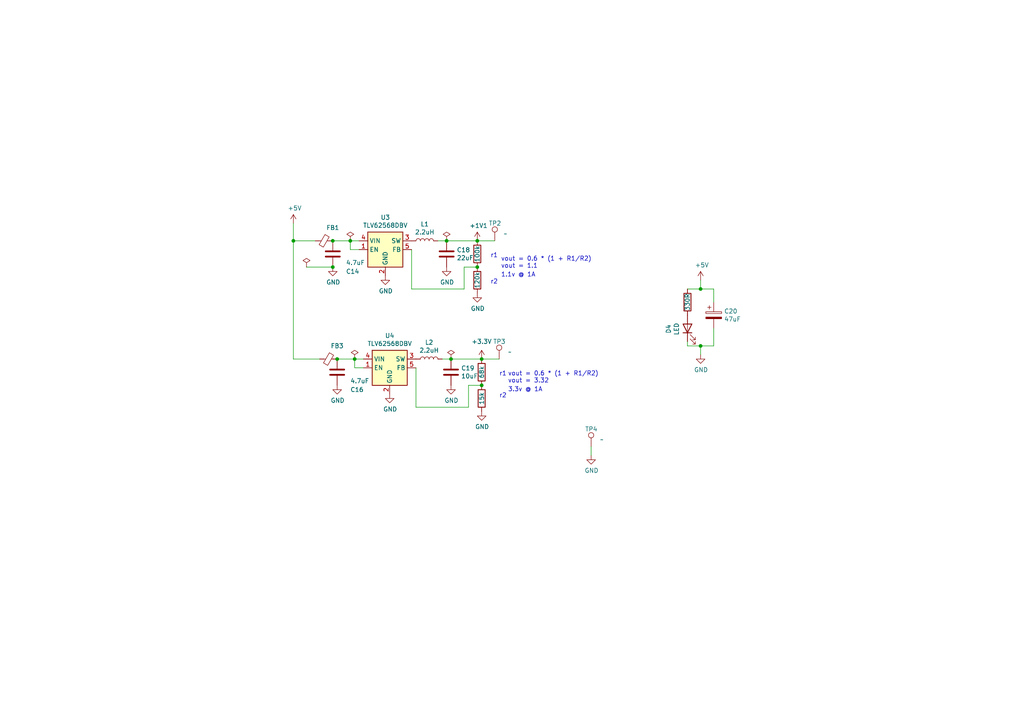
<source format=kicad_sch>
(kicad_sch (version 20231120) (generator "eeschema") (generator_version "8.0")
  (paper "A4")
  (lib_symbols
    (symbol "Connector:TestPoint" (pin_numbers hide) (pin_names (offset 0.762) hide)
      (property "Reference" "TP" (at 0 6.858 0))
      (property "Value" "TestPoint" (at 0 5.08 0))
      (symbol "TestPoint_0_1"
        (circle (center 0 3.302) (radius 0.762))
      )
      (symbol "TestPoint_1_1"
        (pin passive line (at 0 0 90) (length 2.54) (name "1") (number "1"))
      )
    )
    (symbol "Device:C" (pin_numbers hide) (pin_names (offset 0.254))
      (property "Reference" "C" (at 0.635 2.54 0))
      (property "Value" "C" (at 0.635 -2.54 0))
      (symbol "C_0_1"
        (polyline (pts (xy -2.032 -0.762) (xy 2.032 -0.762)) (stroke (width 0.508)))
        (polyline (pts (xy -2.032 0.762) (xy 2.032 0.762)) (stroke (width 0.508)))
      )
      (symbol "C_1_1"
        (pin passive line (at 0 3.81 270) (length 2.794) (name "~") (number "1"))
        (pin passive line (at 0 -3.81 90) (length 2.794) (name "~") (number "2"))
      )
    )
    (symbol "Device:L" (pin_numbers hide) (pin_names (offset 1.016) hide)
      (property "Reference" "L" (at -1.27 0 90))
      (property "Value" "L" (at 1.905 0 90))
      (symbol "L_0_1"
        (arc (start 0 -2.54) (mid 0.6323 -1.905) (end 0 -1.27))
        (arc (start 0 -1.27) (mid 0.6323 -0.635) (end 0 0))
        (arc (start 0 0) (mid 0.6323 0.635) (end 0 1.27))
        (arc (start 0 1.27) (mid 0.6323 1.905) (end 0 2.54))
      )
      (symbol "L_1_1"
        (pin passive line (at 0 3.81 270) (length 1.27) (name "1") (number "1"))
        (pin passive line (at 0 -3.81 90) (length 1.27) (name "2") (number "2"))
      )
    )
    (symbol "Device:LED" (pin_numbers hide) (pin_names (offset 1.016) hide)
      (property "Reference" "D" (at 0 2.54 0))
      (property "Value" "LED" (at 0 -2.54 0))
      (symbol "LED_0_1"
        (polyline (pts (xy -1.27 -1.27) (xy -1.27 1.27)) (stroke (width 0.254)))
        (polyline (pts (xy -1.27 0) (xy 1.27 0)))
        (polyline (pts (xy 1.27 -1.27) (xy 1.27 1.27) (xy -1.27 0) (xy 1.27 -1.27)) (stroke (width 0.254)))
        (polyline (pts (xy -3.048 -0.762) (xy -4.572 -2.286) (xy -3.81 -2.286) (xy -4.572 -2.286) (xy -4.572 -1.524)))
        (polyline (pts (xy -1.778 -0.762) (xy -3.302 -2.286) (xy -2.54 -2.286) (xy -3.302 -2.286) (xy -3.302 -1.524)))
      )
      (symbol "LED_1_1"
        (pin passive line (at -3.81 0 0) (length 2.54) (name "K") (number "1"))
        (pin passive line (at 3.81 0 180) (length 2.54) (name "A") (number "2"))
      )
    )
    (symbol "Device:R" (pin_numbers hide) (pin_names (offset 0))
      (property "Reference" "R" (at 2.032 0 90))
      (property "Value" "R" (at 0 0 90))
      (symbol "R_0_1"
        (rectangle (start -1.016 -2.54) (end 1.016 2.54) (stroke (width 0.254)))
      )
      (symbol "R_1_1"
        (pin passive line (at 0 3.81 270) (length 1.27) (name "~") (number "1"))
        (pin passive line (at 0 -3.81 90) (length 1.27) (name "~") (number "2"))
      )
    )
    (symbol "Regulator_Switching:TLV62568DBV"
      (property "Reference" "U" (at -5.08 6.35 0))
      (property "Value" "TLV62568DBV" (at 0 6.35 0))
      (symbol "TLV62568DBV_0_1"
        (rectangle (start -5.08 5.08) (end 5.08 -5.08) (stroke (width 0.254)) (fill (type background)))
      )
      (symbol "TLV62568DBV_1_1"
        (pin input line (at -7.62 0 0) (length 2.54) (name "EN") (number "1"))
        (pin power_in line (at 0 -7.62 90) (length 2.54) (name "GND") (number "2"))
        (pin power_out line (at 7.62 2.54 180) (length 2.54) (name "SW") (number "3"))
        (pin power_in line (at -7.62 2.54 0) (length 2.54) (name "VIN") (number "4"))
        (pin input line (at 7.62 0 180) (length 2.54) (name "FB") (number "5"))
      )
    )
    (symbol "basic-ecp5-pcb-rescue:+1V1-power" (power) (pin_names (offset 0))
      (property "Value" "power_+1V1" (at 0 3.556 0))
      (symbol "+1V1-power_0_1"
        (polyline (pts (xy -0.762 1.27) (xy 0 2.54)))
        (polyline (pts (xy 0 0) (xy 0 2.54)))
        (polyline (pts (xy 0 2.54) (xy 0.762 1.27)))
      )
      (symbol "+1V1-power_1_1"
        (pin power_in line (at 0 0 90) (length 0) hide (name "+1V1") (number "1"))
      )
    )
    (symbol "basic-ecp5-pcb-rescue:+5V-power" (power) (pin_names (offset 0))
      (property "Value" "power_+5V" (at 0 3.556 0))
      (symbol "+5V-power_0_1"
        (polyline (pts (xy -0.762 1.27) (xy 0 2.54)))
        (polyline (pts (xy 0 0) (xy 0 2.54)))
        (polyline (pts (xy 0 2.54) (xy 0.762 1.27)))
      )
      (symbol "+5V-power_1_1"
        (pin power_in line (at 0 0 90) (length 0) hide (name "+5V") (number "1"))
      )
    )
    (symbol "basic-ecp5-pcb-rescue:CP-Device" (pin_numbers hide) (pin_names (offset 0.254))
      (property "Reference" "C" (at 0.635 2.54 0))
      (property "Value" "Device_CP" (at 0.635 -2.54 0))
      (symbol "CP-Device_0_1"
        (rectangle (start -2.286 0.508) (end 2.286 1.016))
        (polyline (pts (xy -1.778 2.286) (xy -0.762 2.286)))
        (polyline (pts (xy -1.27 2.794) (xy -1.27 1.778)))
        (rectangle (start 2.286 -0.508) (end -2.286 -1.016) (fill (type outline)))
      )
      (symbol "CP-Device_1_1"
        (pin passive line (at 0 3.81 270) (length 2.794) (name "~") (number "1"))
        (pin passive line (at 0 -3.81 90) (length 2.794) (name "~") (number "2"))
      )
    )
    (symbol "basic-ecp5-pcb-rescue:Ferrite_Bead_Small-Device" (pin_numbers hide) (pin_names (offset 0))
      (property "Reference" "FB" (at 1.905 1.27 0))
      (property "Value" "Device_Ferrite_Bead_Small" (at 1.905 -1.27 0))
      (symbol "Ferrite_Bead_Small-Device_0_1"
        (polyline (pts (xy 0 -1.27) (xy 0 -0.7874)))
        (polyline (pts (xy 0 0.889) (xy 0 1.2954)))
        (polyline (pts (xy -1.8288 0.2794) (xy -1.1176 1.4986) (xy 1.8288 -0.2032) (xy 1.1176 -1.4224) (xy -1.8288 0.2794)))
      )
      (symbol "Ferrite_Bead_Small-Device_1_1"
        (pin passive line (at 0 2.54 270) (length 1.27) (name "~") (number "1"))
        (pin passive line (at 0 -2.54 90) (length 1.27) (name "~") (number "2"))
      )
    )
    (symbol "basic-ecp5-pcb-rescue:GND-power" (power) (pin_names (offset 0))
      (property "Value" "power_GND" (at 0 -3.81 0))
      (symbol "GND-power_0_1"
        (polyline (pts (xy 0 0) (xy 0 -1.27) (xy 1.27 -1.27) (xy 0 -2.54) (xy -1.27 -1.27) (xy 0 -1.27)))
      )
      (symbol "GND-power_1_1"
        (pin power_in line (at 0 0 270) (length 0) hide (name "GND") (number "1"))
      )
    )
    (symbol "basic-ecp5-pcb-rescue:PWR_FLAG-power" (power) (pin_numbers hide) (pin_names (offset 0) hide)
      (property "Value" "power_PWR_FLAG" (at 0 3.81 0))
      (symbol "PWR_FLAG-power_0_0"
        (pin power_out line (at 0 0 90) (length 0) (name "pwr") (number "1"))
      )
      (symbol "PWR_FLAG-power_0_1"
        (polyline (pts (xy 0 0) (xy 0 1.27) (xy -1.016 1.905) (xy 0 2.54) (xy 1.016 1.905) (xy 0 1.27)))
      )
    )
    (symbol "power:+3.3V" (power) (pin_numbers hide) (pin_names (offset 0) hide)
      (property "Value" "+3.3V" (at 0 3.556 0))
      (symbol "+3.3V_0_1"
        (polyline (pts (xy -0.762 1.27) (xy 0 2.54)))
        (polyline (pts (xy 0 0) (xy 0 2.54)))
        (polyline (pts (xy 0 2.54) (xy 0.762 1.27)))
      )
      (symbol "+3.3V_1_1"
        (pin power_in line (at 0 0 90) (length 0) (name "~") (number "1"))
      )
    )
  )
  (junction (at 139.7 104.14))
  (junction (at 203.2 83.82))
  (junction (at 138.43 69.85))
  (junction (at 101.6 69.85))
  (junction (at 102.87 104.14))
  (junction (at 138.43 77.47))
  (junction (at 96.52 69.85))
  (junction (at 85.09 69.85))
  (junction (at 96.52 77.47))
  (junction (at 139.7 111.76))
  (junction (at 129.54 69.85))
  (junction (at 203.2 100.33))
  (junction (at 97.79 104.14))
  (junction (at 130.81 104.14))
  (wire (pts (xy 85.09 69.85) (xy 91.44 69.85)))
  (wire (pts (xy 85.09 64.77) (xy 85.09 69.85)))
  (wire (pts (xy 85.09 69.85) (xy 85.09 104.14)))
  (wire (pts (xy 119.38 83.82) (xy 119.38 72.39)))
  (wire (pts (xy 105.41 106.68) (xy 102.87 106.68)))
  (wire (pts (xy 203.2 81.28) (xy 203.2 83.82)))
  (wire (pts (xy 134.62 83.82) (xy 119.38 83.82)))
  (wire (pts (xy 102.87 106.68) (xy 102.87 104.14)))
  (wire (pts (xy 139.7 104.14) (xy 144.78 104.14)))
  (wire (pts (xy 97.79 104.14) (xy 102.87 104.14)))
  (wire (pts (xy 199.39 100.33) (xy 199.39 99.06)))
  (wire (pts (xy 96.52 77.47) (xy 88.9 77.47)))
  (wire (pts (xy 139.7 111.76) (xy 135.89 111.76)))
  (wire (pts (xy 203.2 83.82) (xy 199.39 83.82)))
  (wire (pts (xy 199.39 100.33) (xy 203.2 100.33)))
  (wire (pts (xy 101.6 69.85) (xy 104.14 69.85)))
  (wire (pts (xy 128.27 104.14) (xy 130.81 104.14)))
  (wire (pts (xy 96.52 69.85) (xy 101.6 69.85)))
  (wire (pts (xy 104.14 72.39) (xy 101.6 72.39)))
  (wire (pts (xy 207.01 83.82) (xy 203.2 83.82)))
  (wire (pts (xy 207.01 87.63) (xy 207.01 83.82)))
  (wire (pts (xy 130.81 104.14) (xy 139.7 104.14)))
  (wire (pts (xy 101.6 72.39) (xy 101.6 69.85)))
  (wire (pts (xy 120.65 118.11) (xy 120.65 106.68)))
  (wire (pts (xy 135.89 111.76) (xy 135.89 118.11)))
  (wire (pts (xy 127 69.85) (xy 129.54 69.85)))
  (wire (pts (xy 102.87 104.14) (xy 105.41 104.14)))
  (wire (pts (xy 138.43 69.85) (xy 143.51 69.85)))
  (wire (pts (xy 138.43 77.47) (xy 134.62 77.47)))
  (wire (pts (xy 207.01 95.25) (xy 207.01 100.33)))
  (wire (pts (xy 203.2 102.87) (xy 203.2 100.33)))
  (wire (pts (xy 85.09 104.14) (xy 92.71 104.14)))
  (wire (pts (xy 129.54 69.85) (xy 138.43 69.85)))
  (wire (pts (xy 134.62 77.47) (xy 134.62 83.82)))
  (wire (pts (xy 171.45 129.54) (xy 171.45 132.08)))
  (wire (pts (xy 135.89 118.11) (xy 120.65 118.11)))
  (wire (pts (xy 207.01 100.33) (xy 203.2 100.33)))
  (text "r2" (at 142.24 82.55 0) (effects (font (size 1.27 1.27)) (justify left bottom)))
  (text "1.1v @ 1A\n" (at 145.288 80.518 0) (effects (font (size 1.27 1.27)) (justify left bottom)))
  (text "vout = 0.6 * (1 + R1/R2)\nvout = 3.32" (at 147.32 111.252 0) (effects (font (size 1.27 1.27)) (justify left bottom)))
  (text "r1" (at 142.24 74.93 0) (effects (font (size 1.27 1.27)) (justify left bottom)))
  (text "r1" (at 144.78 109.22 0) (effects (font (size 1.27 1.27)) (justify left bottom)))
  (text "vout = 0.6 * (1 + R1/R2)\nvout = 1.1" (at 145.288 77.978 0) (effects (font (size 1.27 1.27)) (justify left bottom)))
  (text "r2" (at 144.78 115.57 0) (effects (font (size 1.27 1.27)) (justify left bottom)))
  (text "3.3v @ 1A\n" (at 147.32 113.792 0) (effects (font (size 1.27 1.27)) (justify left bottom)))
  (symbol (lib_id "basic-ecp5-pcb-rescue:GND-power") (at 96.52 77.47 0) (unit 1)
    (property "Reference" "#PWR024" (effects (hide yes)))
    (property "Value" "GND" (at 96.647 81.8642 0))
  )
  (symbol (lib_id "basic-ecp5-pcb-rescue:GND-power") (at 129.54 77.47 0) (unit 1)
    (property "Reference" "#PWR032" (effects (hide yes)))
    (property "Value" "GND" (at 129.667 81.8642 0))
  )
  (symbol (lib_id "basic-ecp5-pcb-rescue:PWR_FLAG-power") (at 102.87 104.14 0) (unit 1)
    (property "Reference" "#FLG03" (effects (hide yes)))
    (property "Value" "PWR_FLAG" (effects (hide yes)))
  )
  (symbol (lib_id "Device:C") (at 130.81 107.95 0) (unit 1)
    (property "Reference" "C19" (at 133.731 106.7816 0) (effects (justify left)))
    (property "Value" "10uF" (at 133.731 109.093 0) (effects (justify left)))
    (property "Footprint" "Capacitor_SMD:C_0603_1608Metric" (effects (hide yes)))
    (property "Description" "Unpolarized capacitor" (effects (hide yes)))
    (property "JLCPCB Part#(optional)" "C19702" (effects (hide yes)))
  )
  (symbol (lib_id "Device:R") (at 139.7 115.57 180) (unit 1)
    (property "Reference" "R19" (effects (hide yes)))
    (property "Value" "15k" (at 139.7 115.57 90))
    (property "Footprint" "Resistor_SMD:R_0402_1005Metric" (effects (hide yes)))
    (property "Description" "Resistor" (effects (hide yes)))
    (property "JLCPCB Part#(optional)" "C25756" (effects (hide yes)))
  )
  (symbol (lib_id "basic-ecp5-pcb-rescue:PWR_FLAG-power") (at 88.9 77.47 0) (unit 1)
    (property "Reference" "#FLG01" (effects (hide yes)))
    (property "Value" "PWR_FLAG" (effects (hide yes)))
  )
  (symbol (lib_id "Device:R") (at 138.43 81.28 180) (unit 1)
    (property "Reference" "R17" (effects (hide yes)))
    (property "Value" "120k" (at 138.43 81.28 90))
    (property "Footprint" "Resistor_SMD:R_0402_1005Metric" (effects (hide yes)))
    (property "Description" "Resistor" (effects (hide yes)))
    (property "JLCPCB Part#(optional)" "C25750" (effects (hide yes)))
  )
  (symbol (lib_id "basic-ecp5-pcb-rescue:Ferrite_Bead_Small-Device") (at 93.98 69.85 270) (unit 1)
    (property "Reference" "FB1" (at 96.52 66.04 90))
    (property "Value" "Ferrite_Bead_Small" (effects (hide yes)))
    (property "Footprint" "Inductor_SMD:L_0805_2012Metric" (effects (hide yes)))
    (property "JLCPCB Part#(optional)" "C1015" (effects (hide yes)))
  )
  (symbol (lib_id "basic-ecp5-pcb-rescue:GND-power") (at 130.81 111.76 0) (unit 1)
    (property "Reference" "#PWR033" (effects (hide yes)))
    (property "Value" "GND" (at 130.937 116.1542 0))
  )
  (symbol (lib_id "Device:LED") (at 199.39 95.25 90) (unit 1)
    (property "Reference" "D4" (at 193.9036 95.4278 0))
    (property "Value" "LED" (at 196.215 95.4278 0))
    (property "Footprint" "LED_SMD:LED_0603_1608Metric" (effects (hide yes)))
    (property "Description" "Light emitting diode" (effects (hide yes)))
    (property "JLCPCB Part#(optional)" "C2286" (effects (hide yes)))
  )
  (symbol (lib_id "Device:C") (at 97.79 107.95 0) (unit 1)
    (property "Reference" "C16" (at 101.6 113.03 0) (effects (justify left)))
    (property "Value" "4.7uF" (at 101.6 110.49 0) (effects (justify left)))
    (property "Footprint" "Capacitor_SMD:C_0402_1005Metric" (effects (hide yes)))
    (property "Description" "Unpolarized capacitor" (effects (hide yes)))
    (property "JLCPCB Part#(optional)" "C23733" (effects (hide yes)))
  )
  (symbol (lib_id "basic-ecp5-pcb-rescue:GND-power") (at 113.03 114.3 0) (unit 1)
    (property "Reference" "#PWR028" (effects (hide yes)))
    (property "Value" "GND" (at 113.157 118.6942 0))
  )
  (symbol (lib_id "Device:L") (at 123.19 69.85 90) (unit 1)
    (property "Reference" "L1" (at 123.19 65.024 90))
    (property "Value" "2.2uH" (at 123.19 67.3354 90))
    (property "Footprint" "Inductor_SMD:L_Cenker_CKCS3015" (effects (hide yes)))
    (property "Description" "Inductor" (effects (hide yes)))
    (property "JLCPCB Part#(optional)" "C43389" (effects (hide yes)))
  )
  (symbol (lib_id "basic-ecp5-pcb-rescue:+1V1-power") (at 138.43 69.85 0) (unit 1)
    (property "Reference" "#PWR034" (effects (hide yes)))
    (property "Value" "+1V1" (at 138.811 65.4558 0))
  )
  (symbol (lib_id "basic-ecp5-pcb-rescue:GND-power") (at 171.45 132.08 0) (unit 1)
    (property "Reference" "#PWR040" (effects (hide yes)))
    (property "Value" "GND" (at 171.577 136.4742 0))
  )
  (symbol (lib_id "basic-ecp5-pcb-rescue:GND-power") (at 138.43 85.09 0) (unit 1)
    (property "Reference" "#PWR035" (effects (hide yes)))
    (property "Value" "GND" (at 138.557 89.4842 0))
  )
  (symbol (lib_id "Connector:TestPoint") (at 144.78 104.14 0) (unit 1)
    (property "Reference" "TP3" (at 143.002 99.06 0) (effects (justify left)))
    (property "Value" "~" (at 147.32 102.108 0) (effects (justify left)))
    (property "Footprint" "TestPoint:TestPoint_Pad_D1.0mm" (effects (hide yes)))
    (property "Description" "test point" (effects (hide yes)))
  )
  (symbol (lib_id "basic-ecp5-pcb-rescue:GND-power") (at 203.2 102.87 0) (unit 1)
    (property "Reference" "#PWR039" (effects (hide yes)))
    (property "Value" "GND" (at 203.327 107.2642 0))
  )
  (symbol (lib_id "Device:R") (at 199.39 87.63 180) (unit 1)
    (property "Reference" "R20" (effects (hide yes)))
    (property "Value" "330R" (at 199.39 87.63 90))
    (property "Footprint" "Resistor_SMD:R_0402_1005Metric" (effects (hide yes)))
    (property "Description" "Resistor" (effects (hide yes)))
    (property "JLCPCB Part#(optional)" "C25104" (effects (hide yes)))
  )
  (symbol (lib_id "Device:R") (at 138.43 73.66 180) (unit 1)
    (property "Reference" "R16" (effects (hide yes)))
    (property "Value" "100k" (at 138.43 73.66 90))
    (property "Footprint" "Resistor_SMD:R_0402_1005Metric" (effects (hide yes)))
    (property "Description" "Resistor" (effects (hide yes)))
    (property "JLCPCB Part#(optional)" "C25741" (effects (hide yes)))
  )
  (symbol (lib_id "basic-ecp5-pcb-rescue:CP-Device") (at 207.01 91.44 0) (unit 1)
    (property "Reference" "C20" (at 210.0072 90.2716 0) (effects (justify left)))
    (property "Value" "47uF" (at 210.0072 92.583 0) (effects (justify left)))
    (property "Footprint" "Capacitor_Tantalum_SMD:CP_EIA-3216-18_Kemet-A" (effects (hide yes)))
    (property "JLCPCB Part#(optional)" "C129570" (effects (hide yes)))
  )
  (symbol (lib_id "basic-ecp5-pcb-rescue:GND-power") (at 97.79 111.76 0) (unit 1)
    (property "Reference" "#PWR026" (effects (hide yes)))
    (property "Value" "GND" (at 97.917 116.1542 0))
  )
  (symbol (lib_id "power:+3.3V") (at 139.7 104.14 0) (unit 1)
    (property "Reference" "#PWR036" (effects (hide yes)))
    (property "Value" "+3.3V" (at 139.7 99.06 0))
    (property "Description" "Power symbol creates a global label with name \"+3.3V\"" (effects (hide yes)))
  )
  (symbol (lib_id "basic-ecp5-pcb-rescue:+5V-power") (at 85.09 64.77 0) (unit 1)
    (property "Reference" "#PWR023" (effects (hide yes)))
    (property "Value" "+5V" (at 85.471 60.3758 0))
  )
  (symbol (lib_id "Regulator_Switching:TLV62568DBV") (at 113.03 106.68 0) (unit 1)
    (property "Reference" "U4" (at 113.03 97.3582 0))
    (property "Value" "TLV62568DBV" (at 113.03 99.6696 0))
    (property "Footprint" "Package_TO_SOT_SMD:SOT-23-5" (effects (hide yes)))
    (property "Datasheet" "http://www.ti.com/lit/ds/symlink/tlv62568.pdf" (effects (hide yes)))
    (property "Description" "High Efficiency Synchronous Buck Converter, Adjustable Output 0.6V-5.5V, 1A, SOT-23-5" (effects (hide yes)))
    (property "JLCPCB Part#(optional)" "C163219" (effects (hide yes)))
  )
  (symbol (lib_id "Connector:TestPoint") (at 171.45 129.54 0) (unit 1)
    (property "Reference" "TP4" (at 169.672 124.46 0) (effects (justify left)))
    (property "Value" "~" (at 173.99 127.508 0) (effects (justify left)))
    (property "Footprint" "TestPoint:TestPoint_Pad_D1.0mm" (effects (hide yes)))
    (property "Description" "test point" (effects (hide yes)))
  )
  (symbol (lib_id "basic-ecp5-pcb-rescue:+5V-power") (at 203.2 81.28 0) (unit 1)
    (property "Reference" "#PWR038" (effects (hide yes)))
    (property "Value" "+5V" (at 203.581 76.8858 0))
  )
  (symbol (lib_id "Connector:TestPoint") (at 143.51 69.85 0) (unit 1)
    (property "Reference" "TP2" (at 141.732 64.77 0) (effects (justify left)))
    (property "Value" "~" (at 146.05 67.818 0) (effects (justify left)))
    (property "Footprint" "TestPoint:TestPoint_Pad_D1.0mm" (effects (hide yes)))
    (property "Description" "test point" (effects (hide yes)))
  )
  (symbol (lib_id "basic-ecp5-pcb-rescue:Ferrite_Bead_Small-Device") (at 95.25 104.14 270) (unit 1)
    (property "Reference" "FB3" (at 97.79 100.33 90))
    (property "Value" "Ferrite_Bead_Small" (effects (hide yes)))
    (property "Footprint" "Inductor_SMD:L_0805_2012Metric" (effects (hide yes)))
    (property "JLCPCB Part#(optional)" "C1015" (effects (hide yes)))
  )
  (symbol (lib_id "basic-ecp5-pcb-rescue:PWR_FLAG-power") (at 129.54 69.85 0) (unit 1)
    (property "Reference" "#FLG05" (effects (hide yes)))
    (property "Value" "PWR_FLAG" (effects (hide yes)))
  )
  (symbol (lib_id "Device:R") (at 139.7 107.95 180) (unit 1)
    (property "Reference" "R18" (effects (hide yes)))
    (property "Value" "68k" (at 139.7 107.95 90))
    (property "Footprint" "Resistor_SMD:R_0402_1005Metric" (effects (hide yes)))
    (property "Description" "Resistor" (effects (hide yes)))
    (property "JLCPCB Part#(optional)" "C36871" (effects (hide yes)))
  )
  (symbol (lib_id "Device:L") (at 124.46 104.14 270) (mirror x) (unit 1)
    (property "Reference" "L2" (at 124.46 99.314 90))
    (property "Value" "2.2uH" (at 124.46 101.6254 90))
    (property "Footprint" "Inductor_SMD:L_Cenker_CKCS3015" (effects (hide yes)))
    (property "Description" "Inductor" (effects (hide yes)))
    (property "JLCPCB Part#(optional)" "C43389" (effects (hide yes)))
  )
  (symbol (lib_id "basic-ecp5-pcb-rescue:GND-power") (at 111.76 80.01 0) (unit 1)
    (property "Reference" "#PWR027" (effects (hide yes)))
    (property "Value" "GND" (at 111.887 84.4042 0))
  )
  (symbol (lib_id "Device:C") (at 129.54 73.66 0) (unit 1)
    (property "Reference" "C18" (at 132.461 72.4916 0) (effects (justify left)))
    (property "Value" "22uF" (at 132.461 74.803 0) (effects (justify left)))
    (property "Footprint" "Capacitor_SMD:C_0603_1608Metric" (effects (hide yes)))
    (property "Description" "Unpolarized capacitor" (effects (hide yes)))
    (property "JLCPCB Part#(optional)" "C59461" (effects (hide yes)))
  )
  (symbol (lib_id "basic-ecp5-pcb-rescue:PWR_FLAG-power") (at 101.6 69.85 0) (unit 1)
    (property "Reference" "#FLG02" (effects (hide yes)))
    (property "Value" "PWR_FLAG" (effects (hide yes)))
  )
  (symbol (lib_id "Regulator_Switching:TLV62568DBV") (at 111.76 72.39 0) (unit 1)
    (property "Reference" "U3" (at 111.76 63.0682 0))
    (property "Value" "TLV62568DBV" (at 111.76 65.3796 0))
    (property "Footprint" "Package_TO_SOT_SMD:SOT-23-5" (effects (hide yes)))
    (property "Datasheet" "http://www.ti.com/lit/ds/symlink/tlv62568.pdf" (effects (hide yes)))
    (property "Description" "High Efficiency Synchronous Buck Converter, Adjustable Output 0.6V-5.5V, 1A, SOT-23-5" (effects (hide yes)))
    (property "JLCPCB Part#(optional)" "C163219" (effects (hide yes)))
  )
  (symbol (lib_id "basic-ecp5-pcb-rescue:PWR_FLAG-power") (at 130.81 104.14 0) (unit 1)
    (property "Reference" "#FLG06" (effects (hide yes)))
    (property "Value" "PWR_FLAG" (effects (hide yes)))
  )
  (symbol (lib_id "basic-ecp5-pcb-rescue:GND-power") (at 139.7 119.38 0) (unit 1)
    (property "Reference" "#PWR037" (effects (hide yes)))
    (property "Value" "GND" (at 139.827 123.7742 0))
  )
  (symbol (lib_id "Device:C") (at 96.52 73.66 0) (unit 1)
    (property "Reference" "C14" (at 100.33 78.74 0) (effects (justify left)))
    (property "Value" "4.7uF" (at 100.33 76.2 0) (effects (justify left)))
    (property "Footprint" "Capacitor_SMD:C_0402_1005Metric" (effects (hide yes)))
    (property "Description" "Unpolarized capacitor" (effects (hide yes)))
    (property "JLCPCB Part#(optional)" "C23733" (effects (hide yes)))
  )
)
</source>
